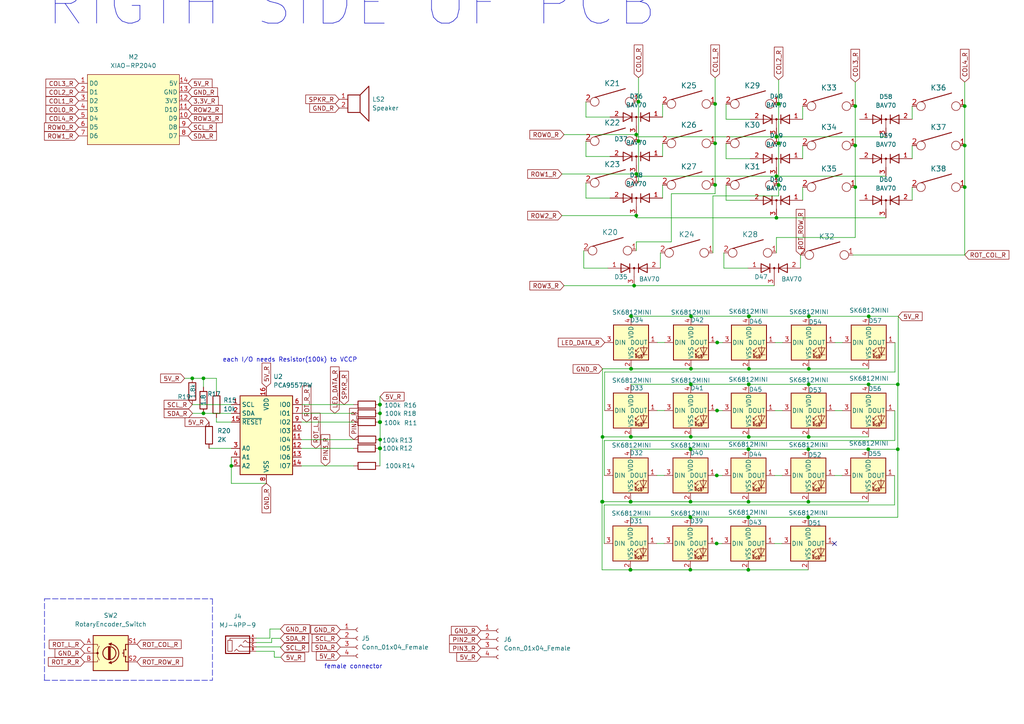
<source format=kicad_sch>
(kicad_sch (version 20211123) (generator eeschema)
  (paper "A4")
  (lib_symbols
    (symbol "Connector:Conn_01x04_Female" (pin_names (offset 1.016) hide)
      (property "Reference" "J" (at 0 5.08 0))
      (property "Value" "Conn_01x04_Female" (at 0 -7.62 0))
      (symbol "Conn_01x04_Female_1_1"
        (arc (start 0 -4.572) (mid -0.508 -5.08) (end 0 -5.588) (stroke (width 0.1524)))
        (arc (start 0 -2.032) (mid -0.508 -2.54) (end 0 -3.048) (stroke (width 0.1524)))
        (polyline (pts (xy -1.27 -5.08) (xy -0.508 -5.08)) (stroke (width 0.1524)))
        (polyline (pts (xy -1.27 -2.54) (xy -0.508 -2.54)) (stroke (width 0.1524)))
        (polyline (pts (xy -1.27 0) (xy -0.508 0)) (stroke (width 0.1524)))
        (polyline (pts (xy -1.27 2.54) (xy -0.508 2.54)) (stroke (width 0.1524)))
        (arc (start 0 0.508) (mid -0.508 0) (end 0 -0.508) (stroke (width 0.1524)))
        (arc (start 0 3.048) (mid -0.508 2.54) (end 0 2.032) (stroke (width 0.1524)))
        (pin passive line (at -5.08 2.54 0) (length 3.81) (name "Pin_1") (number "1"))
        (pin passive line (at -5.08 0 0) (length 3.81) (name "Pin_2") (number "2"))
        (pin passive line (at -5.08 -2.54 0) (length 3.81) (name "Pin_3") (number "3"))
        (pin passive line (at -5.08 -5.08 0) (length 3.81) (name "Pin_4") (number "4"))
      )
    )
    (symbol "Device:R" (pin_numbers hide) (pin_names (offset 0))
      (property "Reference" "R" (at 2.032 0 90))
      (property "Value" "R" (at 0 0 90))
      (symbol "R_0_1"
        (rectangle (start -1.016 -2.54) (end 1.016 2.54) (stroke (width 0.254)))
      )
      (symbol "R_1_1"
        (pin passive line (at 0 3.81 270) (length 1.27) (name "~") (number "1"))
        (pin passive line (at 0 -3.81 90) (length 1.27) (name "~") (number "2"))
      )
    )
    (symbol "Device:RotaryEncoder_Switch" (pin_names (offset 0.254) hide)
      (property "Reference" "SW" (at 0 6.604 0))
      (property "Value" "RotaryEncoder_Switch" (at 0 -6.604 0))
      (symbol "RotaryEncoder_Switch_0_1"
        (rectangle (start -5.08 5.08) (end 5.08 -5.08) (stroke (width 0.254)) (fill (type background)))
        (circle (center -3.81 0) (radius 0.254) (fill (type outline)))
        (arc (start -0.381 -2.794) (mid 2.3622 -0.0508) (end -0.381 2.667) (stroke (width 0.254)))
        (circle (center -0.381 0) (radius 1.905) (stroke (width 0.254)))
        (polyline (pts (xy -0.635 -1.778) (xy -0.635 1.778)) (stroke (width 0.254)))
        (polyline (pts (xy -0.381 -1.778) (xy -0.381 1.778)) (stroke (width 0.254)))
        (polyline (pts (xy -0.127 1.778) (xy -0.127 -1.778)) (stroke (width 0.254)))
        (polyline (pts (xy 3.81 0) (xy 3.429 0)) (stroke (width 0.254)))
        (polyline (pts (xy 3.81 1.016) (xy 3.81 -1.016)) (stroke (width 0.254)))
        (polyline (pts (xy -5.08 -2.54) (xy -3.81 -2.54) (xy -3.81 -2.032)))
        (polyline (pts (xy -5.08 2.54) (xy -3.81 2.54) (xy -3.81 2.032)))
        (polyline (pts (xy 0.254 -3.048) (xy -0.508 -2.794) (xy 0.127 -2.413)) (stroke (width 0.254)))
        (polyline (pts (xy 0.254 2.921) (xy -0.508 2.667) (xy 0.127 2.286)) (stroke (width 0.254)))
        (polyline (pts (xy 5.08 -2.54) (xy 4.318 -2.54) (xy 4.318 -1.016)) (stroke (width 0.254)))
        (polyline (pts (xy 5.08 2.54) (xy 4.318 2.54) (xy 4.318 1.016)) (stroke (width 0.254)))
        (polyline (pts (xy -5.08 0) (xy -3.81 0) (xy -3.81 -1.016) (xy -3.302 -2.032)))
        (polyline (pts (xy -4.318 0) (xy -3.81 0) (xy -3.81 1.016) (xy -3.302 2.032)))
        (circle (center 4.318 -1.016) (radius 0.127) (stroke (width 0.254)))
        (circle (center 4.318 1.016) (radius 0.127) (stroke (width 0.254)))
      )
      (symbol "RotaryEncoder_Switch_1_1"
        (pin passive line (at -7.62 2.54 0) (length 2.54) (name "A") (number "A"))
        (pin passive line (at -7.62 -2.54 0) (length 2.54) (name "B") (number "B"))
        (pin passive line (at -7.62 0 0) (length 2.54) (name "C") (number "C"))
        (pin passive line (at 7.62 2.54 180) (length 2.54) (name "S1") (number "S1"))
        (pin passive line (at 7.62 -2.54 180) (length 2.54) (name "S2") (number "S2"))
      )
    )
    (symbol "Device:Speaker" (pin_names (offset 0) hide)
      (property "Reference" "LS" (at 1.27 5.715 0))
      (property "Value" "Speaker" (at 1.27 3.81 0))
      (symbol "Speaker_0_0"
        (rectangle (start -2.54 1.27) (end 1.016 -3.81) (stroke (width 0.254)))
        (polyline (pts (xy 1.016 1.27) (xy 3.556 3.81) (xy 3.556 -6.35) (xy 1.016 -3.81)) (stroke (width 0.254)))
      )
      (symbol "Speaker_1_1"
        (pin input line (at -5.08 0 0) (length 2.54) (name "1") (number "1"))
        (pin input line (at -5.08 -2.54 0) (length 2.54) (name "2") (number "2"))
      )
    )
    (symbol "Diode:BAV70" (pin_names (offset 0.762) hide)
      (property "Reference" "D" (at 0.635 -2.54 0))
      (property "Value" "BAV70" (at 0 2.54 0))
      (symbol "BAV70_0_1"
        (polyline (pts (xy -3.81 0) (xy 3.81 0)))
        (polyline (pts (xy 0 0) (xy 0 -2.54)))
        (polyline (pts (xy -1.27 -1.27) (xy -1.27 1.27) (xy -1.27 1.27)) (stroke (width 0.254)))
        (polyline (pts (xy 1.27 -1.27) (xy 1.27 1.27) (xy 1.27 1.27)) (stroke (width 0.254)))
        (polyline (pts (xy -3.81 1.27) (xy -1.27 0) (xy -3.81 -1.27) (xy -3.81 1.27) (xy -3.81 1.27) (xy -3.81 1.27)) (stroke (width 0.254)))
        (polyline (pts (xy 3.81 -1.27) (xy 1.27 0) (xy 3.81 1.27) (xy 3.81 -1.27) (xy 3.81 -1.27) (xy 3.81 -1.27)) (stroke (width 0.254)))
        (circle (center 0 0) (radius 0.254) (fill (type outline)))
        (pin passive line (at -7.62 0 0) (length 3.81) (name "A") (number "1"))
        (pin passive line (at 7.62 0 180) (length 3.81) (name "A") (number "2"))
        (pin passive line (at 0 -5.08 90) (length 2.54) (name "K") (number "3"))
      )
    )
    (symbol "Interface_Expansion:PCA9557PW"
      (property "Reference" "U" (at -7.62 11.43 0))
      (property "Value" "PCA9557PW" (at 2.54 11.43 0))
      (symbol "PCA9557PW_0_1"
        (rectangle (start -7.62 -12.7) (end 7.62 10.16) (stroke (width 0.254)) (fill (type background)))
      )
      (symbol "PCA9557PW_1_1"
        (pin input line (at -10.16 7.62 0) (length 2.54) (name "SCL") (number "1"))
        (pin bidirectional line (at 10.16 0 180) (length 2.54) (name "IO3") (number "10"))
        (pin bidirectional line (at 10.16 -2.54 180) (length 2.54) (name "IO4") (number "11"))
        (pin bidirectional line (at 10.16 -5.08 180) (length 2.54) (name "IO5") (number "12"))
        (pin bidirectional line (at 10.16 -7.62 180) (length 2.54) (name "IO6") (number "13"))
        (pin bidirectional line (at 10.16 -10.16 180) (length 2.54) (name "IO7") (number "14"))
        (pin input line (at -10.16 2.54 0) (length 2.54) (name "~{RESET}") (number "15"))
        (pin power_in line (at 0 12.7 270) (length 2.54) (name "VDD") (number "16"))
        (pin bidirectional line (at -10.16 5.08 0) (length 2.54) (name "SDA") (number "2"))
        (pin input line (at -10.16 -5.08 0) (length 2.54) (name "A0") (number "3"))
        (pin input line (at -10.16 -7.62 0) (length 2.54) (name "A1") (number "4"))
        (pin input line (at -10.16 -10.16 0) (length 2.54) (name "A2") (number "5"))
        (pin bidirectional line (at 10.16 7.62 180) (length 2.54) (name "IO0") (number "6"))
        (pin bidirectional line (at 10.16 5.08 180) (length 2.54) (name "IO1") (number "7"))
        (pin power_in line (at 0 -15.24 90) (length 2.54) (name "VSS") (number "8"))
        (pin bidirectional line (at 10.16 2.54 180) (length 2.54) (name "IO2") (number "9"))
      )
    )
    (symbol "cipulot_parts:SK6812MINI" (pin_names (offset 0.254))
      (property "Reference" "D" (at 5.08 5.715 0))
      (property "Value" "SK6812MINI" (at 1.27 -5.715 0))
      (symbol "SK6812MINI_0_0"
        (text "RGB" (at 2.286 -4.191 0) (effects (font (size 0.762 0.762))))
      )
      (symbol "SK6812MINI_0_1"
        (polyline (pts (xy 1.27 -3.556) (xy 1.778 -3.556)))
        (polyline (pts (xy 1.27 -2.54) (xy 1.778 -2.54)))
        (polyline (pts (xy 4.699 -3.556) (xy 2.667 -3.556)))
        (polyline (pts (xy 2.286 -2.54) (xy 1.27 -3.556) (xy 1.27 -3.048)))
        (polyline (pts (xy 2.286 -1.524) (xy 1.27 -2.54) (xy 1.27 -2.032)))
        (polyline (pts (xy 3.683 -1.016) (xy 3.683 -3.556) (xy 3.683 -4.064)))
        (polyline (pts (xy 4.699 -1.524) (xy 2.667 -1.524) (xy 3.683 -3.556) (xy 4.699 -1.524)))
        (rectangle (start 5.08 5.08) (end -5.08 -5.08) (stroke (width 0.254)) (fill (type background)))
      )
      (symbol "SK6812MINI_1_1"
        (pin output line (at 7.62 0 180) (length 2.54) (name "DOUT") (number "1"))
        (pin power_in line (at 0 -7.62 90) (length 2.54) (name "VSS") (number "2"))
        (pin input line (at -7.62 0 0) (length 2.54) (name "DIN") (number "3"))
        (pin power_in line (at 0 7.62 270) (length 2.54) (name "VDD") (number "4"))
      )
    )
    (symbol "kbd:MJ-4PP-9" (pin_names (offset 1.016))
      (property "Reference" "J" (at 0 3.81 0))
      (property "Value" "MJ-4PP-9" (at 0 -3.81 0))
      (symbol "MJ-4PP-9_0_1"
        (rectangle (start -1.905 -1.905) (end -3.175 1.27))
        (polyline (pts (xy -2.54 1.27) (xy -2.54 1.905) (xy 3.175 1.905)))
        (polyline (pts (xy -1.27 -1.905) (xy -0.635 -1.27) (xy 0 -1.905) (xy 3.175 -1.905)))
        (polyline (pts (xy 0 -0.635) (xy 0.635 0) (xy 1.27 -0.635) (xy 3.175 -0.635)))
        (polyline (pts (xy 1.27 0.635) (xy 1.905 1.27) (xy 2.54 0.635) (xy 3.175 0.635)))
        (rectangle (start 3.175 2.54) (end -3.81 -2.54) (stroke (width 0.3048)))
      )
      (symbol "MJ-4PP-9_1_1"
        (pin input line (at 5.08 1.905 180) (length 2.0066) (name "~") (number "A"))
        (pin input line (at 5.08 -1.905 180) (length 2.0066) (name "~") (number "B"))
        (pin input line (at 5.08 -0.635 180) (length 2.0066) (name "~") (number "C"))
        (pin input line (at 5.08 0.635 180) (length 2.0066) (name "~") (number "D"))
      )
    )
    (symbol "keyboard_parts:KEYSW" (pin_names (offset 1.016))
      (property "Reference" "K?" (at -1.27 0 0))
      (symbol "KEYSW_0_1"
        (circle (center -5.08 0) (radius 1.27))
        (polyline (pts (xy -5.08 1.27) (xy 3.81 3.81)) (stroke (width 0.254)))
        (circle (center 5.08 0) (radius 1.27))
      )
      (symbol "KEYSW_1_1"
        (pin passive line (at 7.62 0 180) (length 1.27) (name "~") (number "1"))
        (pin passive line (at -7.62 0 0) (length 1.27) (name "~") (number "2"))
      )
    )
    (symbol "xiao-rp2040:XIAO-RP2040"
      (property "Reference" "M" (at 0 0 0))
      (property "Value" "XIAO-RP2040" (at 0 2.54 0))
      (symbol "XIAO-RP2040_0_1"
        (rectangle (start -12.7 10.16) (end 13.97 -10.16) (fill (type background)))
      )
      (symbol "XIAO-RP2040_1_1"
        (pin bidirectional line (at -15.24 7.62 0) (length 2.54) (name "D0") (number "1"))
        (pin bidirectional line (at 16.51 -2.54 180) (length 2.54) (name "D9") (number "10"))
        (pin bidirectional line (at 16.51 0 180) (length 2.54) (name "D10") (number "11"))
        (pin power_in line (at 16.51 2.54 180) (length 2.54) (name "3V3") (number "12"))
        (pin power_in line (at 16.51 5.08 180) (length 2.54) (name "GND") (number "13"))
        (pin power_in line (at 16.51 7.62 180) (length 2.54) (name "5V") (number "14"))
        (pin bidirectional line (at -15.24 5.08 0) (length 2.54) (name "D1") (number "2"))
        (pin bidirectional line (at -15.24 2.54 0) (length 2.54) (name "D2") (number "3"))
        (pin bidirectional line (at -15.24 0 0) (length 2.54) (name "D3") (number "4"))
        (pin bidirectional line (at -15.24 -2.54 0) (length 2.54) (name "D4") (number "5"))
        (pin bidirectional line (at -15.24 -5.08 0) (length 2.54) (name "D5") (number "6"))
        (pin bidirectional line (at -15.24 -7.62 0) (length 2.54) (name "D6") (number "7"))
        (pin bidirectional line (at 16.51 -7.62 180) (length 2.54) (name "D7") (number "8"))
        (pin bidirectional line (at 16.51 -5.08 180) (length 2.54) (name "D8") (number "9"))
      )
    )
  )
  (junction (at 110.1624 122.428))
  (junction (at 234.4651 130.302))
  (junction (at 182.9816 126.7206))
  (junction (at 200.2259 150.0124))
  (junction (at 110.2529 127.508))
  (junction (at 110.208 119.888))
  (junction (at 59.0131 109.728))
  (junction (at 110.2529 122.428))
  (junction (at 182.8523 165.2524))
  (junction (at 200.3552 111.4552))
  (junction (at 217.17 111.4806))
  (junction (at 184.5564 62.5348))
  (junction (at 217.0407 150.0378))
  (junction (at 183.9214 82.8548))
  (junction (at 260.3985 111.4806))
  (junction (at 183.0324 106.9594))
  (junction (at 260.3985 130.302))
  (junction (at 200.2767 145.5166))
  (junction (at 234.5436 111.4806))
  (junction (at 110.1302 130.048))
  (junction (at 234.5944 106.9848))
  (junction (at 185.1914 29.5148))
  (junction (at 217.0407 165.2778))
  (junction (at 55.7689 109.728))
  (junction (at 225.8314 41.5798))
  (junction (at 182.8523 165.2778))
  (junction (at 217.0915 130.302))
  (junction (at 207.4164 41.5798))
  (junction (at 234.4143 150.0378))
  (junction (at 217.2208 106.9848))
  (junction (at 174.625 145.5166))
  (junction (at 225.1964 63.1698))
  (junction (at 251.8387 130.302))
  (junction (at 200.2259 165.2524))
  (junction (at 217.0407 150.0124))
  (junction (at 225.1964 39.6748))
  (junction (at 225.8314 53.6448))
  (junction (at 110.2035 130.048))
  (junction (at 183.0324 91.694))
  (junction (at 207.4164 53.6448))
  (junction (at 183.0324 106.9848))
  (junction (at 174.7543 145.5166))
  (junction (at 208.026 99.3394))
  (junction (at 207.9752 119.0752))
  (junction (at 110.2529 130.048))
  (junction (at 225.8314 30.1498))
  (junction (at 184.5564 50.4698))
  (junction (at 110.208 122.428))
  (junction (at 217.17 111.4552))
  (junction (at 207.8459 157.6324))
  (junction (at 234.4651 145.542))
  (junction (at 200.3552 126.6952))
  (junction (at 251.9172 111.4806))
  (junction (at 207.8967 137.8966))
  (junction (at 251.968 91.7448))
  (junction (at 279.8064 54.2798))
  (junction (at 200.406 106.9594))
  (junction (at 279.8064 42.2148))
  (junction (at 248.0564 30.7848))
  (junction (at 225.1964 51.1048))
  (junction (at 59.0131 119.888))
  (junction (at 110.208 117.348))
  (junction (at 279.8064 30.7848))
  (junction (at 182.9031 145.5166))
  (junction (at 174.7543 126.7206))
  (junction (at 217.2208 91.7194))
  (junction (at 217.0915 130.2766))
  (junction (at 200.406 91.7194))
  (junction (at 67.0932 135.128))
  (junction (at 248.0564 54.2798))
  (junction (at 184.5564 39.0398))
  (junction (at 217.17 126.7206))
  (junction (at 207.4164 30.1498))
  (junction (at 234.5944 91.7448))
  (junction (at 110.1925 117.348))
  (junction (at 234.5436 126.7206))
  (junction (at 248.0564 42.2148))
  (junction (at 217.0915 145.542))
  (junction (at 185.1914 40.9448))
  (junction (at 217.2208 91.7448))
  (junction (at 200.2767 130.2766))
  (junction (at 182.9031 145.542))
  (junction (at 182.9816 126.6952))
  (no_connect (at 242.0343 157.6578))
  (wire (pts (xy 224.7115 137.922) (xy 226.8451 137.922)))
  (wire (pts (xy 191.5414 73.3298) (xy 191.5414 77.7748)))
  (wire (pts (xy 209.4715 137.922) (xy 207.8967 137.922)))
  (wire (pts (xy 248.0564 68.8848) (xy 225.1964 68.8848)))
  (wire (pts (xy 162.9664 62.5348) (xy 184.5564 62.5348)))
  (wire (pts (xy 87.4132 135.128) (xy 102.5835 135.128)))
  (wire (pts (xy 200.2767 130.2766) (xy 217.0915 130.2766)))
  (wire (pts (xy 62.7752 121.158) (xy 62.7752 122.428)))
  (wire (pts (xy 184.5564 39.6748) (xy 184.5564 39.0398)))
  (wire (pts (xy 182.9031 145.542) (xy 182.9031 145.5166)))
  (wire (pts (xy 183.0324 91.7194) (xy 200.406 91.7194)))
  (wire (pts (xy 224.79 119.1006) (xy 226.9236 119.1006)))
  (wire (pts (xy 264.5664 42.2148) (xy 264.5664 46.0248)))
  (wire (pts (xy 87.4132 117.348) (xy 102.5725 117.348)))
  (wire (pts (xy 279.8064 30.7848) (xy 279.8064 42.2148)))
  (wire (pts (xy 260.3985 130.302) (xy 260.3985 150.0378)))
  (wire (pts (xy 175.2323 146.4564) (xy 175.2323 157.6324)))
  (wire (pts (xy 210.5914 53.6448) (xy 210.5914 58.0898)))
  (wire (pts (xy 217.17 126.7206) (xy 234.5436 126.7206)))
  (polyline (pts (xy 12.8016 197.3072) (xy 61.6204 197.3072)))
  (wire (pts (xy 207.4164 53.6448) (xy 207.4164 56.1848)))
  (wire (pts (xy 110.2529 130.048) (xy 110.2529 127.508)))
  (wire (pts (xy 87.4132 122.428) (xy 102.5424 122.428)))
  (wire (pts (xy 182.372 91.694) (xy 183.0324 91.694)))
  (wire (pts (xy 78.7908 186.3598) (xy 74.3204 186.3598)))
  (wire (pts (xy 174.7543 126.7206) (xy 174.7543 145.5166)))
  (wire (pts (xy 209.55 119.1006) (xy 207.9752 119.1006)))
  (wire (pts (xy 216.9414 77.7748) (xy 209.9564 77.7748)))
  (wire (pts (xy 210.5914 30.1498) (xy 210.5914 34.5948)))
  (wire (pts (xy 225.8314 41.5798) (xy 225.8314 53.6448)))
  (wire (pts (xy 183.0324 106.9848) (xy 183.0324 106.9594)))
  (wire (pts (xy 55.8417 119.888) (xy 59.0131 119.888)))
  (wire (pts (xy 192.1764 53.6448) (xy 192.1764 57.4548)))
  (wire (pts (xy 174.7543 126.7206) (xy 182.9816 126.7206)))
  (wire (pts (xy 81.3308 185.1406) (xy 78.7908 185.1406)))
  (wire (pts (xy 251.968 91.7448) (xy 260.5278 91.7448)))
  (polyline (pts (xy 12.9032 173.6852) (xy 61.6204 173.6852)))
  (wire (pts (xy 259.4587 146.4564) (xy 259.4587 137.922)))
  (wire (pts (xy 184.5564 63.1698) (xy 184.5564 62.5348)))
  (wire (pts (xy 225.1964 51.1048) (xy 184.5564 51.1048)))
  (wire (pts (xy 279.8064 54.2798) (xy 279.8064 73.9648)))
  (wire (pts (xy 251.8387 130.302) (xy 260.3985 130.302)))
  (wire (pts (xy 259.588 107.8992) (xy 259.588 99.3648)))
  (wire (pts (xy 110.1925 115.0371) (xy 110.1925 117.348)))
  (wire (pts (xy 55.7689 109.728) (xy 59.0131 109.728)))
  (wire (pts (xy 279.8064 42.2148) (xy 279.8064 54.2798)))
  (wire (pts (xy 217.5764 46.0248) (xy 210.5914 46.0248)))
  (wire (pts (xy 217.17 111.4552) (xy 217.17 111.4806)))
  (wire (pts (xy 232.1814 73.9648) (xy 232.1814 77.7748)))
  (wire (pts (xy 207.4164 41.5798) (xy 207.4164 53.6448)))
  (wire (pts (xy 163.6014 82.8548) (xy 183.9214 82.8548)))
  (wire (pts (xy 110.1302 130.048) (xy 110.2035 130.048)))
  (wire (pts (xy 209.9564 77.7748) (xy 209.9564 73.3298)))
  (wire (pts (xy 67.0932 132.588) (xy 67.0932 135.128)))
  (wire (pts (xy 217.2208 91.7448) (xy 234.5944 91.7448)))
  (wire (pts (xy 169.9514 53.0098) (xy 169.9514 57.4548)))
  (wire (pts (xy 251.9172 111.4806) (xy 260.3985 111.4806)))
  (wire (pts (xy 242.0851 137.922) (xy 244.2187 137.922)))
  (wire (pts (xy 264.5664 54.2798) (xy 264.5664 58.0898)))
  (wire (pts (xy 175.3616 107.8992) (xy 259.588 107.8992)))
  (wire (pts (xy 225.8314 53.6448) (xy 225.8314 56.8198)))
  (wire (pts (xy 248.0564 30.7848) (xy 248.0564 42.2148)))
  (wire (pts (xy 232.8164 42.2148) (xy 232.8164 46.0248)))
  (wire (pts (xy 224.6607 157.6578) (xy 226.7943 157.6578)))
  (wire (pts (xy 200.406 106.9594) (xy 200.4314 106.9594)))
  (wire (pts (xy 207.4164 56.1848) (xy 194.7164 56.1848)))
  (wire (pts (xy 174.625 145.5166) (xy 174.7543 145.5166)))
  (wire (pts (xy 200.2259 150.0124) (xy 217.0407 150.0124)))
  (wire (pts (xy 190.6016 119.0752) (xy 192.7352 119.0752)))
  (wire (pts (xy 110.2035 135.128) (xy 110.2035 130.048)))
  (wire (pts (xy 182.9031 145.542) (xy 217.0915 145.542)))
  (wire (pts (xy 176.9364 57.4548) (xy 169.9514 57.4548)))
  (wire (pts (xy 217.0407 165.2778) (xy 234.4143 165.2778)))
  (wire (pts (xy 225.1964 39.6748) (xy 256.9464 39.6748)))
  (wire (pts (xy 55.7689 117.348) (xy 67.0932 117.348)))
  (wire (pts (xy 78.2828 182.4482) (xy 81.3308 182.4482)))
  (wire (pts (xy 242.1636 119.1006) (xy 244.2972 119.1006)))
  (wire (pts (xy 225.1964 68.8848) (xy 225.1964 73.3298)))
  (wire (pts (xy 174.7543 106.9594) (xy 174.7543 126.7206)))
  (wire (pts (xy 169.9514 40.9448) (xy 169.9514 45.3898)))
  (wire (pts (xy 182.9816 126.6952) (xy 200.3552 126.6952)))
  (wire (pts (xy 110.208 117.348) (xy 110.1925 117.348)))
  (wire (pts (xy 183.9214 82.8548) (xy 224.5614 82.8548)))
  (wire (pts (xy 217.0407 150.0124) (xy 217.0407 150.0378)))
  (wire (pts (xy 224.8408 99.3648) (xy 226.9744 99.3648)))
  (wire (pts (xy 225.1964 63.1698) (xy 256.9464 63.1698)))
  (wire (pts (xy 59.0131 109.728) (xy 59.0131 112.268)))
  (wire (pts (xy 225.8314 23.1648) (xy 225.8314 30.1498)))
  (wire (pts (xy 110.1925 115.0371) (xy 110.2529 115.0371)))
  (wire (pts (xy 174.625 145.5166) (xy 174.625 165.2778)))
  (wire (pts (xy 208.026 99.3648) (xy 208.026 99.3394)))
  (wire (pts (xy 209.4207 157.6578) (xy 207.8459 157.6578)))
  (wire (pts (xy 200.2259 165.2524) (xy 200.2513 165.2524)))
  (wire (pts (xy 190.5231 137.8966) (xy 192.6567 137.8966)))
  (wire (pts (xy 78.2828 185.0898) (xy 78.2828 182.4482)))
  (wire (pts (xy 174.625 165.2778) (xy 182.8523 165.2778)))
  (wire (pts (xy 110.2529 127.508) (xy 110.2529 122.428)))
  (wire (pts (xy 78.7908 185.1406) (xy 78.7908 186.3598)))
  (wire (pts (xy 62.7752 122.428) (xy 67.0932 122.428)))
  (wire (pts (xy 74.3204 185.0898) (xy 78.2828 185.0898)))
  (wire (pts (xy 248.0564 23.7998) (xy 248.0564 30.7848)))
  (wire (pts (xy 176.9364 45.3898) (xy 169.9514 45.3898)))
  (wire (pts (xy 60.6264 130.048) (xy 67.0932 130.048)))
  (wire (pts (xy 185.1914 22.5298) (xy 185.1914 29.5148)))
  (wire (pts (xy 234.5436 111.4806) (xy 251.9172 111.4806)))
  (wire (pts (xy 79.5484 190.627) (xy 81.4324 190.627)))
  (wire (pts (xy 185.1914 40.9448) (xy 185.1914 53.0098)))
  (wire (pts (xy 217.5764 34.5948) (xy 210.5914 34.5948)))
  (polyline (pts (xy 61.6204 173.6852) (xy 61.6204 197.3072)))
  (wire (pts (xy 279.8064 73.9648) (xy 247.4214 73.9648)))
  (wire (pts (xy 217.2208 91.7194) (xy 217.2208 91.7448)))
  (wire (pts (xy 217.0407 150.0378) (xy 234.4143 150.0378)))
  (wire (pts (xy 74.3204 188.8998) (xy 79.5484 188.8998)))
  (wire (pts (xy 194.7164 70.1548) (xy 184.5564 70.1548)))
  (wire (pts (xy 207.9752 119.1006) (xy 207.9752 119.0752)))
  (wire (pts (xy 256.9464 51.1048) (xy 225.1964 51.1048)))
  (wire (pts (xy 217.2208 106.9848) (xy 234.5944 106.9848)))
  (wire (pts (xy 110.208 117.348) (xy 110.208 119.888)))
  (wire (pts (xy 67.0932 135.128) (xy 67.0932 140.208)))
  (wire (pts (xy 279.8064 23.7998) (xy 279.8064 30.7848)))
  (wire (pts (xy 260.5278 91.7448) (xy 260.5278 111.4806)))
  (wire (pts (xy 176.3014 77.7748) (xy 169.3164 77.7748)))
  (wire (pts (xy 190.4723 157.6324) (xy 192.6059 157.6324)))
  (wire (pts (xy 260.3985 111.4806) (xy 260.5278 111.4806)))
  (wire (pts (xy 175.2323 146.4564) (xy 259.4587 146.4564)))
  (wire (pts (xy 87.4132 119.888) (xy 102.588 119.888)))
  (wire (pts (xy 67.0932 140.208) (xy 77.2532 140.208)))
  (wire (pts (xy 59.0131 119.888) (xy 67.0932 119.888)))
  (wire (pts (xy 234.4651 145.542) (xy 251.8387 145.542)))
  (wire (pts (xy 110.208 122.428) (xy 110.2529 122.428)))
  (wire (pts (xy 87.4132 127.508) (xy 102.6329 127.508)))
  (wire (pts (xy 163.6014 39.0398) (xy 184.5564 39.0398)))
  (wire (pts (xy 217.17 111.4806) (xy 234.5436 111.4806)))
  (wire (pts (xy 225.1964 63.1698) (xy 184.5564 63.1698)))
  (polyline (pts (xy 12.9032 197.2056) (xy 12.9032 173.6852)))
  (wire (pts (xy 183.0324 106.9594) (xy 200.406 106.9594)))
  (wire (pts (xy 182.8523 165.2778) (xy 217.0407 165.2778)))
  (wire (pts (xy 225.8314 56.8198) (xy 206.7814 56.8198)))
  (wire (pts (xy 182.9816 126.7206) (xy 182.9816 126.6952)))
  (wire (pts (xy 209.6008 99.3648) (xy 208.026 99.3648)))
  (wire (pts (xy 192.1764 41.5798) (xy 192.1764 45.3898)))
  (wire (pts (xy 225.1964 39.6748) (xy 184.5564 39.6748)))
  (wire (pts (xy 162.9664 50.4698) (xy 184.5564 50.4698)))
  (wire (pts (xy 234.5944 106.9848) (xy 251.968 106.9848)))
  (wire (pts (xy 217.5764 58.0898) (xy 210.5914 58.0898)))
  (wire (pts (xy 260.3985 111.4806) (xy 260.3985 130.302)))
  (wire (pts (xy 207.8459 157.6578) (xy 207.8459 157.6324)))
  (wire (pts (xy 176.9364 33.9598) (xy 169.9514 33.9598)))
  (wire (pts (xy 200.3552 111.4552) (xy 217.17 111.4552)))
  (wire (pts (xy 200.3552 126.6952) (xy 200.3806 126.6952)))
  (wire (pts (xy 175.3616 107.8992) (xy 175.3616 119.0752)))
  (wire (pts (xy 217.0915 130.2766) (xy 217.0915 130.302)))
  (wire (pts (xy 259.5372 127.762) (xy 175.2831 127.762)))
  (wire (pts (xy 234.5436 126.7206) (xy 251.9172 126.7206)))
  (wire (pts (xy 217.0915 145.542) (xy 234.4651 145.542)))
  (wire (pts (xy 62.7752 113.538) (xy 62.7752 109.728)))
  (wire (pts (xy 87.4132 130.048) (xy 102.5102 130.048)))
  (wire (pts (xy 182.8523 165.2524) (xy 200.2259 165.2524)))
  (wire (pts (xy 182.9031 130.2766) (xy 200.2767 130.2766)))
  (wire (pts (xy 200.2767 145.5166) (xy 200.3021 145.5166)))
  (wire (pts (xy 232.8164 30.7848) (xy 232.8164 34.5948)))
  (wire (pts (xy 53.5432 109.728) (xy 55.7689 109.728)))
  (wire (pts (xy 184.5564 51.1048) (xy 184.5564 50.4698)))
  (wire (pts (xy 234.4651 130.302) (xy 251.8387 130.302)))
  (wire (pts (xy 74.3204 187.6298) (xy 81.3816 187.6298)))
  (wire (pts (xy 81.3816 187.6298) (xy 81.3816 187.833)))
  (wire (pts (xy 264.5664 30.7848) (xy 264.5664 34.5948)))
  (wire (pts (xy 174.7543 145.5166) (xy 182.9031 145.5166)))
  (wire (pts (xy 210.5914 41.5798) (xy 210.5914 46.0248)))
  (wire (pts (xy 232.8164 54.2798) (xy 232.8164 58.0898)))
  (wire (pts (xy 248.0564 54.2798) (xy 248.0564 68.8848)))
  (wire (pts (xy 207.8967 137.922) (xy 207.8967 137.8966)))
  (wire (pts (xy 183.0324 106.9594) (xy 174.7543 106.9594)))
  (wire (pts (xy 169.9514 29.5148) (xy 169.9514 33.9598)))
  (wire (pts (xy 234.5944 91.7448) (xy 251.968 91.7448)))
  (wire (pts (xy 175.2831 127.762) (xy 175.2831 137.8966)))
  (wire (pts (xy 248.0564 42.2148) (xy 248.0564 54.2798)))
  (wire (pts (xy 225.8314 30.1498) (xy 225.8314 41.5798)))
  (wire (pts (xy 190.6524 99.3394) (xy 192.786 99.3394)))
  (wire (pts (xy 59.0131 109.728) (xy 62.7752 109.728)))
  (wire (pts (xy 207.4164 22.5298) (xy 207.4164 30.1498)))
  (wire (pts (xy 185.1914 29.5148) (xy 185.1914 40.9448)))
  (wire (pts (xy 217.0915 130.302) (xy 234.4651 130.302)))
  (wire (pts (xy 182.9031 145.5166) (xy 200.2767 145.5166)))
  (wire (pts (xy 182.8523 150.0124) (xy 200.2259 150.0124)))
  (wire (pts (xy 206.7814 56.8198) (xy 206.7814 73.3298)))
  (wire (pts (xy 182.8523 165.2778) (xy 182.8523 165.2524)))
  (wire (pts (xy 192.1764 30.1498) (xy 192.1764 33.9598)))
  (wire (pts (xy 242.2144 99.3648) (xy 244.348 99.3648)))
  (wire (pts (xy 110.2035 130.048) (xy 110.2529 130.048)))
  (wire (pts (xy 182.9816 111.4552) (xy 200.3552 111.4552)))
  (wire (pts (xy 79.5484 188.8998) (xy 79.5484 190.627)))
  (wire (pts (xy 182.9816 126.7206) (xy 217.17 126.7206)))
  (wire (pts (xy 200.406 91.7194) (xy 217.2208 91.7194)))
  (wire (pts (xy 183.0324 106.9848) (xy 217.2208 106.9848)))
  (wire (pts (xy 110.208 119.888) (xy 110.208 122.428)))
  (wire (pts (xy 110.1624 122.428) (xy 110.208 122.428)))
  (wire (pts (xy 259.5372 119.1006) (xy 259.5372 127.762)))
  (wire (pts (xy 234.4143 150.0378) (xy 260.3985 150.0378)))
  (wire (pts (xy 184.5564 70.1548) (xy 184.5564 72.6948)))
  (wire (pts (xy 169.3164 77.7748) (xy 169.3164 72.6948)))
  (wire (pts (xy 194.7164 56.1848) (xy 194.7164 70.1548)))
  (wire (pts (xy 207.4164 30.1498) (xy 207.4164 41.5798)))
  (text "each I/O needs Resistor(100k) to VCCP" (at 64.5555 105.2068 0) (effects (font (size 1.27 1.27)) (justify left bottom)))
  (text "RIGTH SIDE OF PCB\n" (at 13.0556 8.4328 0) (effects (font (size 12 12)) (justify left bottom)))
  (text "female connector\n" (at 94.0054 194.1576 0) (effects (font (size 1.27 1.27)) (justify left bottom)))
  (global_label "SCL_R" (shape input) (at 81.3816 187.833 0) (property "Intersheet References" "${INTERSHEET_REFS}" (effects hide)))
  (global_label "5V_R" (shape input) (at 110.2529 115.0371 0) (property "Intersheet References" "${INTERSHEET_REFS}" (effects hide)))
  (global_label "ROW3_R" (shape input) (at 54.5592 34.3408 0) (property "Intersheet References" "${INTERSHEET_REFS}" (effects hide)))
  (global_label "COL1_R" (shape input) (at 207.4164 22.5298 90) (property "Intersheet References" "${INTERSHEET_REFS}" (effects hide)))
  (global_label "COL0_R" (shape input) (at 22.8092 31.8008 180) (property "Intersheet References" "${INTERSHEET_REFS}" (effects hide)))
  (global_label "SDA_R" (shape input) (at 55.8417 119.888 180) (property "Intersheet References" "${INTERSHEET_REFS}" (effects hide)))
  (global_label "5V_R" (shape input) (at 260.5024 91.7448 0) (property "Intersheet References" "${INTERSHEET_REFS}" (effects hide)))
  (global_label "ROT_L_R" (shape input) (at 91.6005 130.048 90) (property "Intersheet References" "${INTERSHEET_REFS}" (effects hide)))
  (global_label "ROW1_R" (shape input) (at 162.9664 50.4698 180) (property "Intersheet References" "${INTERSHEET_REFS}" (effects hide)))
  (global_label "ROT_R_R" (shape input) (at 88.9377 122.428 90) (property "Intersheet References" "${INTERSHEET_REFS}" (effects hide)))
  (global_label "GND_R" (shape input) (at 174.7543 107.0056 180) (property "Intersheet References" "${INTERSHEET_REFS}" (effects hide)))
  (global_label "3.3V_R" (shape input) (at 54.5592 29.2608 0) (property "Intersheet References" "${INTERSHEET_REFS}" (effects hide)))
  (global_label "GND_R" (shape input) (at 98.3488 31.3436 180) (property "Intersheet References" "${INTERSHEET_REFS}" (effects hide)))
  (global_label "PIN2_R" (shape input) (at 102.6329 127.508 90) (property "Intersheet References" "${INTERSHEET_REFS}" (effects hide)))
  (global_label "COL4_R" (shape input) (at 279.8064 23.7998 90) (property "Intersheet References" "${INTERSHEET_REFS}" (effects hide)))
  (global_label "GND_R" (shape input) (at 77.2532 140.208 270) (property "Intersheet References" "${INTERSHEET_REFS}" (effects hide)))
  (global_label "ROW0_R" (shape input) (at 22.8092 36.8808 180) (property "Intersheet References" "${INTERSHEET_REFS}" (effects hide)))
  (global_label "5V_R" (shape input) (at 81.4324 190.627 0) (property "Intersheet References" "${INTERSHEET_REFS}" (effects hide)))
  (global_label "GND_R" (shape input) (at 98.7044 182.626 180) (property "Intersheet References" "${INTERSHEET_REFS}" (effects hide)))
  (global_label "SCL_R" (shape input) (at 54.5592 36.8808 0) (property "Intersheet References" "${INTERSHEET_REFS}" (effects hide)))
  (global_label "SDA_R" (shape input) (at 54.5592 39.4208 0) (property "Intersheet References" "${INTERSHEET_REFS}" (effects hide)))
  (global_label "GND_R" (shape input) (at 81.3308 182.4482 0) (property "Intersheet References" "${INTERSHEET_REFS}" (effects hide)))
  (global_label "GND_R" (shape input) (at 139.446 182.9308 180) (property "Intersheet References" "${INTERSHEET_REFS}" (effects hide)))
  (global_label "LED_DATA_R" (shape input) (at 175.4124 99.3394 180) (property "Intersheet References" "${INTERSHEET_REFS}" (effects hide)))
  (global_label "LED_DATA_R" (shape input) (at 97.111 119.888 90) (property "Intersheet References" "${INTERSHEET_REFS}" (effects hide)))
  (global_label "ROT_L_R" (shape input) (at 24.4856 186.8932 180) (property "Intersheet References" "${INTERSHEET_REFS}" (effects hide)))
  (global_label "SDA_R" (shape input) (at 98.7044 187.706 180) (property "Intersheet References" "${INTERSHEET_REFS}" (effects hide)))
  (global_label "ROW2_R" (shape input) (at 162.9664 62.5348 180) (property "Intersheet References" "${INTERSHEET_REFS}" (effects hide)))
  (global_label "ROW2_R" (shape input) (at 54.5592 31.8008 0) (property "Intersheet References" "${INTERSHEET_REFS}" (effects hide)))
  (global_label "SPKR_R" (shape input) (at 98.3488 28.8036 180) (property "Intersheet References" "${INTERSHEET_REFS}" (effects hide)))
  (global_label "SCL_R" (shape input) (at 98.7044 185.166 180) (property "Intersheet References" "${INTERSHEET_REFS}" (effects hide)))
  (global_label "5V_R" (shape input) (at 60.6264 122.428 180) (property "Intersheet References" "${INTERSHEET_REFS}" (effects hide)))
  (global_label "SDA_R" (shape input) (at 81.3308 185.1406 0) (property "Intersheet References" "${INTERSHEET_REFS}" (effects hide)))
  (global_label "PIN2_R" (shape input) (at 139.446 185.4708 180) (property "Intersheet References" "${INTERSHEET_REFS}" (effects hide)))
  (global_label "ROW0_R" (shape input) (at 163.6014 39.0398 180) (property "Intersheet References" "${INTERSHEET_REFS}" (effects hide)))
  (global_label "COL3_R" (shape input) (at 22.8092 24.1808 180) (property "Intersheet References" "${INTERSHEET_REFS}" (effects hide)))
  (global_label "GND_R" (shape input) (at 24.4856 189.4332 180) (property "Intersheet References" "${INTERSHEET_REFS}" (effects hide)))
  (global_label "5V_R" (shape input) (at 53.5432 109.728 180) (property "Intersheet References" "${INTERSHEET_REFS}" (effects hide)))
  (global_label "COL2_R" (shape input) (at 225.8314 23.1648 90) (property "Intersheet References" "${INTERSHEET_REFS}" (effects hide)))
  (global_label "ROW1_R" (shape input) (at 22.8092 39.4208 180) (property "Intersheet References" "${INTERSHEET_REFS}" (effects hide)))
  (global_label "SCL_R" (shape input) (at 55.7689 117.348 180) (property "Intersheet References" "${INTERSHEET_REFS}" (effects hide)))
  (global_label "ROT_ROW_R" (shape input) (at 39.7256 191.9732 0) (property "Intersheet References" "${INTERSHEET_REFS}" (effects hide)))
  (global_label "ROT_R_R" (shape input) (at 24.4856 191.9732 180) (property "Intersheet References" "${INTERSHEET_REFS}" (effects hide)))
  (global_label "ROT_COL_R" (shape input) (at 39.7256 186.8932 0) (property "Intersheet References" "${INTERSHEET_REFS}" (effects hide)))
  (global_label "ROT_ROW_R" (shape input) (at 232.1814 73.9648 90) (property "Intersheet References" "${INTERSHEET_REFS}" (effects hide)))
  (global_label "COL4_R" (shape input) (at 22.8092 34.3408 180) (property "Intersheet References" "${INTERSHEET_REFS}" (effects hide)))
  (global_label "ROW3_R" (shape input) (at 163.6014 82.8548 180) (property "Intersheet References" "${INTERSHEET_REFS}" (effects hide)))
  (global_label "PIN3_R" (shape input) (at 94.4003 135.128 90) (property "Intersheet References" "${INTERSHEET_REFS}" (effects hide)))
  (global_label "COL2_R" (shape input) (at 22.8092 26.7208 180) (property "Intersheet References" "${INTERSHEET_REFS}" (effects hide)))
  (global_label "5V_R" (shape input) (at 139.446 190.5508 180) (property "Intersheet References" "${INTERSHEET_REFS}" (effects hide)))
  (global_label "5V_R" (shape input) (at 77.2532 112.268 90) (property "Intersheet References" "${INTERSHEET_REFS}" (effects hide)))
  (global_label "5V_R" (shape input) (at 54.5592 24.1808 0) (property "Intersheet References" "${INTERSHEET_REFS}" (effects hide)))
  (global_label "COL3_R" (shape input) (at 248.0564 23.7998 90) (property "Intersheet References" "${INTERSHEET_REFS}" (effects hide)))
  (global_label "GND_R" (shape input) (at 54.5592 26.7208 0) (property "Intersheet References" "${INTERSHEET_REFS}" (effects hide)))
  (global_label "5V_R" (shape input) (at 98.7044 190.246 180) (property "Intersheet References" "${INTERSHEET_REFS}" (effects hide)))
  (global_label "COL0_R" (shape input) (at 185.1914 22.5298 90) (property "Intersheet References" "${INTERSHEET_REFS}" (effects hide)))
  (global_label "COL1_R" (shape input) (at 22.8092 29.2608 180) (property "Intersheet References" "${INTERSHEET_REFS}" (effects hide)))
  (global_label "SPKR_R" (shape input) (at 99.8202 117.348 90) (property "Intersheet References" "${INTERSHEET_REFS}" (effects hide)))
  (global_label "PIN3_R" (shape input) (at 139.446 188.0108 180) (property "Intersheet References" "${INTERSHEET_REFS}" (effects hide)))
  (global_label "ROT_COL_R" (shape input) (at 279.8064 73.914 0) (property "Intersheet References" "${INTERSHEET_REFS}" (effects hide)))
  (symbol (lib_id "keyboard_parts:KEYSW") (at 240.4364 42.2148 0) (unit 1)
    (property "Reference" "K34" (at 240.4364 36.8808 0) (effects (font (size 1.524 1.524))))
    (property "Value" "KEYSW" (effects hide))
    (property "Footprint" "Keebio-Parts:MX-Alps-Choc-1U-NoLED" (effects hide))
    (property "MPN" "1350" (effects hide))
  )
  (symbol (lib_id "Diode:BAV70") (at 184.5564 57.4548 0) (mirror y) (unit 1)
    (property "Reference" "D38" (at 184.5564 50.8 0))
    (property "Value" "BAV70" (at 184.5564 53.34 0))
    (property "Footprint" "Package_TO_SOT_SMD:SOT-23" (effects hide))
    (property "Datasheet" "https://assets.nexperia.com/documents/data-sheet/BAV70_SER.pdf" (effects hide))
    (property "MPN" "BAV70" (effects hide))
  )
  (symbol (lib_id "Device:R") (at 106.398 119.888 90) (unit 1)
    (property "Reference" "R18" (at 120.8024 119.9388 90) (effects (justify left)))
    (property "Value" "100k" (at 116.4844 119.9388 90) (effects (justify left)))
    (property "Footprint" "Resistor_SMD:R_0805_2012Metric" (effects hide))
    (property "MPN" "RC0805FR-07100KL" (effects hide))
  )
  (symbol (lib_id "Diode:BAV70") (at 225.1964 58.0898 0) (mirror y) (unit 1)
    (property "Reference" "D50" (at 225.1964 52.07 0))
    (property "Value" "BAV70" (at 225.1964 54.61 0))
    (property "Footprint" "Package_TO_SOT_SMD:SOT-23" (effects hide))
    (property "Datasheet" "https://assets.nexperia.com/documents/data-sheet/BAV70_SER.pdf" (effects hide))
    (property "MPN" "BAV70" (effects hide))
  )
  (symbol (lib_id "cipulot_parts:SK6812MINI") (at 182.9816 119.0752 0) (unit 1)
    (property "Reference" "D33" (at 184.658 112.5474 0))
    (property "Value" "SK6812MINI" (at 183.2356 110.3376 0))
    (property "Footprint" "Keebio-Parts:SK6812-MINI-E" (effects hide))
    (property "MPN" "SK6812MINI" (effects hide))
  )
  (symbol (lib_id "Diode:BAV70") (at 225.1964 46.0248 0) (mirror y) (unit 1)
    (property "Reference" "D49" (at 225.1964 39.37 0))
    (property "Value" "BAV70" (at 225.1964 41.91 0))
    (property "Footprint" "Package_TO_SOT_SMD:SOT-23" (effects hide))
    (property "Datasheet" "https://assets.nexperia.com/documents/data-sheet/BAV70_SER.pdf" (effects hide))
    (property "MPN" "BAV70" (effects hide))
  )
  (symbol (lib_id "cipulot_parts:SK6812MINI") (at 200.2259 157.6324 0) (unit 1)
    (property "Reference" "D39" (at 202.0547 151.1046 0))
    (property "Value" "SK6812MINI" (at 200.1243 148.8948 0))
    (property "Footprint" "Keebio-Parts:SK6812-MINI-E" (effects hide))
    (property "MPN" "SK6812MINI" (effects hide))
  )
  (symbol (lib_id "Device:Speaker") (at 103.4288 28.8036 0) (unit 1)
    (property "Reference" "LS2" (at 107.95 28.8035 0) (effects (justify left)))
    (property "Value" "Speaker" (at 107.95 31.3435 0) (effects (justify left)))
    (property "Footprint" "Keebio-Parts:AST1109MLTRQ" (effects hide))
  )
  (symbol (lib_id "Device:R") (at 55.7689 113.538 0) (unit 1)
    (property "Reference" "R19" (at 53.4321 115.1128 0))
    (property "Value" "1.8k" (at 55.9467 113.4364 90))
    (property "Footprint" "Resistor_SMD:R_0805_2012Metric" (effects hide))
    (property "MPN" "RC0805FR-071K8L" (effects hide))
  )
  (symbol (lib_id "cipulot_parts:SK6812MINI") (at 200.2767 137.8966 0) (unit 1)
    (property "Reference" "D40" (at 202.1055 131.3688 0))
    (property "Value" "SK6812MINI" (at 200.1751 129.159 0))
    (property "Footprint" "Keebio-Parts:SK6812-MINI-E" (effects hide))
    (property "MPN" "SK6812MINI" (effects hide))
  )
  (symbol (lib_id "cipulot_parts:SK6812MINI") (at 251.8387 137.922 0) (unit 1)
    (property "Reference" "D55" (at 253.6929 131.572 0))
    (property "Value" "SK6812MINI" (at 251.9657 128.6002 0))
    (property "Footprint" "Keebio-Parts:SK6812-MINI-E" (effects hide))
    (property "MPN" "SK6812MINI" (effects hide))
  )
  (symbol (lib_id "keyboard_parts:KEYSW") (at 199.7964 30.1498 0) (unit 1)
    (property "Reference" "K25" (at 199.7964 24.8158 0) (effects (font (size 1.524 1.524))))
    (property "Value" "KEYSW" (effects hide))
    (property "Footprint" "Keebio-Parts:MX-Alps-Choc-1U-NoLED" (effects hide))
    (property "MPN" "1350" (effects hide))
  )
  (symbol (lib_id "keyboard_parts:KEYSW") (at 239.8014 73.9648 0) (unit 1)
    (property "Reference" "K32" (at 239.8014 68.6308 0) (effects (font (size 1.524 1.524))))
    (property "Value" "KEYSW" (effects hide))
    (property "Footprint" "Keebio-Parts:MX-Alps-Choc-1U-NoLED" (effects hide))
    (property "MPN" "1350" (effects hide))
  )
  (symbol (lib_id "Interface_Expansion:PCA9557PW") (at 77.2532 124.968 0) (unit 1)
    (property "Reference" "U2" (at 79.2726 109.22 0) (effects (justify left)))
    (property "Value" "PCA9557PW" (at 79.2726 111.76 0) (effects (justify left)))
    (property "Footprint" "Package_SO:TSSOP-16_4.4x5mm_P0.65mm" (effects hide))
    (property "Datasheet" "https://www.nxp.com/docs/en/data-sheet/PCA9557.pdf" (effects hide))
  )
  (symbol (lib_id "cipulot_parts:SK6812MINI") (at 234.4143 157.6578 0) (unit 1)
    (property "Reference" "D51" (at 236.2939 151.6634 0))
    (property "Value" "SK6812MINI" (at 234.4397 148.7678 0))
    (property "Footprint" "Keebio-Parts:SK6812-MINI-E" (effects hide))
    (property "MPN" "SK6812MINI" (effects hide))
  )
  (symbol (lib_id "keyboard_parts:KEYSW") (at 272.1864 30.7848 0) (unit 1)
    (property "Reference" "K36" (at 272.1864 25.4508 0) (effects (font (size 1.524 1.524))))
    (property "Value" "KEYSW" (effects hide))
    (property "Footprint" "Keebio-Parts:MX-Alps-Choc-1U-NoLED" (effects hide))
    (property "MPN" "1350" (effects hide))
  )
  (symbol (lib_id "cipulot_parts:SK6812MINI") (at 234.5944 99.3648 0) (unit 1)
    (property "Reference" "D54" (at 236.474 93.3704 0))
    (property "Value" "SK6812MINI" (at 234.6198 90.4748 0))
    (property "Footprint" "Keebio-Parts:SK6812-MINI-E" (effects hide))
    (property "MPN" "SK6812MINI" (effects hide))
  )
  (symbol (lib_id "cipulot_parts:SK6812MINI") (at 217.0915 137.922 0) (unit 1)
    (property "Reference" "D44" (at 219.0727 131.8006 0))
    (property "Value" "SK6812MINI" (at 216.9645 128.905 0))
    (property "Footprint" "Keebio-Parts:SK6812-MINI-E" (effects hide))
    (property "MPN" "SK6812MINI" (effects hide))
  )
  (symbol (lib_id "keyboard_parts:KEYSW") (at 177.5714 53.0098 0) (unit 1)
    (property "Reference" "K23" (at 177.5714 47.6758 0) (effects (font (size 1.524 1.524))))
    (property "Value" "KEYSW" (effects hide))
    (property "Footprint" "Keebio-Parts:MX-Alps-Choc-1U-NoLED" (effects hide))
    (property "MPN" "1350" (effects hide))
  )
  (symbol (lib_id "Diode:BAV70") (at 256.9464 58.0898 0) (unit 1)
    (property "Reference" "D60" (at 256.9464 52.07 0))
    (property "Value" "BAV70" (at 256.9464 54.61 0))
    (property "Footprint" "Package_TO_SOT_SMD:SOT-23" (effects hide))
    (property "Datasheet" "https://assets.nexperia.com/documents/data-sheet/BAV70_SER.pdf" (effects hide))
    (property "MPN" "BAV70" (effects hide))
  )
  (symbol (lib_id "keyboard_parts:KEYSW") (at 218.2114 41.5798 0) (unit 1)
    (property "Reference" "K30" (at 218.2114 36.2458 0) (effects (font (size 1.524 1.524))))
    (property "Value" "KEYSW" (effects hide))
    (property "Footprint" "Keebio-Parts:MX-Alps-Choc-1U-NoLED" (effects hide))
    (property "MPN" "1350" (effects hide))
  )
  (symbol (lib_id "Device:R") (at 106.3524 122.428 90) (unit 1)
    (property "Reference" "R11" (at 121.0564 122.682 90) (effects (justify left)))
    (property "Value" "100k" (at 116.2304 122.6312 90) (effects (justify left)))
    (property "Footprint" "Resistor_SMD:R_0805_2012Metric" (effects hide))
    (property "MPN" "RC0805FR-07100KL" (effects hide))
  )
  (symbol (lib_id "Diode:BAV70") (at 256.9464 46.0248 0) (mirror y) (unit 1)
    (property "Reference" "D59" (at 256.9464 39.37 0))
    (property "Value" "BAV70" (at 256.9464 41.91 0))
    (property "Footprint" "Package_TO_SOT_SMD:SOT-23" (effects hide))
    (property "Datasheet" "https://assets.nexperia.com/documents/data-sheet/BAV70_SER.pdf" (effects hide))
    (property "MPN" "BAV70" (effects hide))
  )
  (symbol (lib_id "keyboard_parts:KEYSW") (at 199.7964 53.6448 0) (unit 1)
    (property "Reference" "K27" (at 199.7964 48.3108 0) (effects (font (size 1.524 1.524))))
    (property "Value" "KEYSW" (effects hide))
    (property "Footprint" "Keebio-Parts:MX-Alps-Choc-1U-NoLED" (effects hide))
    (property "MPN" "1350" (effects hide))
  )
  (symbol (lib_id "keyboard_parts:KEYSW") (at 199.7964 41.5798 0) (unit 1)
    (property "Reference" "K26" (at 199.7964 36.2458 0) (effects (font (size 1.524 1.524))))
    (property "Value" "KEYSW" (effects hide))
    (property "Footprint" "Keebio-Parts:MX-Alps-Choc-1U-NoLED" (effects hide))
    (property "MPN" "1350" (effects hide))
  )
  (symbol (lib_id "xiao-rp2040:XIAO-RP2040") (at 38.0492 31.8008 0) (unit 1)
    (property "Reference" "M2" (at 38.6842 16.51 0))
    (property "Value" "XIAO-RP2040" (at 38.6842 19.05 0))
    (property "Footprint" "mcu:xiao-tht" (effects hide))
    (property "MPN" "XIAO RP2040" (effects hide))
  )
  (symbol (lib_id "Device:R") (at 106.3202 130.048 90) (unit 1)
    (property "Reference" "R12" (at 119.6848 129.9972 90) (effects (justify left)))
    (property "Value" "100k" (at 115.7732 130.048 90) (effects (justify left)))
    (property "Footprint" "Resistor_SMD:R_0805_2012Metric" (effects hide))
    (property "MPN" "RC0805FR-07100KL" (effects hide))
  )
  (symbol (lib_id "Device:R") (at 106.3935 135.128 90) (unit 1)
    (property "Reference" "R14" (at 120.4468 135.128 90) (effects (justify left)))
    (property "Value" "100k" (at 116.586 135.128 90) (effects (justify left)))
    (property "Footprint" "Resistor_SMD:R_0805_2012Metric" (effects hide))
    (property "MPN" "RC0805FR-07100KL" (effects hide))
  )
  (symbol (lib_id "Diode:BAV70") (at 183.9214 77.7748 0) (unit 1)
    (property "Reference" "D35" (at 180.1114 80.3148 0))
    (property "Value" "BAV70" (at 188.3664 80.9498 0))
    (property "Footprint" "Package_TO_SOT_SMD:SOT-23" (effects hide))
    (property "Datasheet" "https://assets.nexperia.com/documents/data-sheet/BAV70_SER.pdf" (effects hide))
    (property "MPN" "BAV70" (effects hide))
  )
  (symbol (lib_id "cipulot_parts:SK6812MINI") (at 251.968 99.3648 0) (unit 1)
    (property "Reference" "D57" (at 253.8222 93.0148 0))
    (property "Value" "SK6812MINI" (at 252.095 90.043 0))
    (property "Footprint" "Keebio-Parts:SK6812-MINI-E" (effects hide))
    (property "MPN" "SK6812MINI" (effects hide))
  )
  (symbol (lib_id "Device:R") (at 60.6264 126.238 0) (unit 1)
    (property "Reference" "R20" (at 63.0292 124.9679 0) (effects (justify left)))
    (property "Value" "2K" (at 63.0292 127.5079 0) (effects (justify left)))
    (property "Footprint" "Resistor_SMD:R_0805_2012Metric" (effects hide))
    (property "MPN" "RC0805JR-072KL" (effects hide))
  )
  (symbol (lib_id "Device:RotaryEncoder_Switch") (at 32.1056 189.4332 0) (unit 1)
    (property "Reference" "SW2" (at 32.1056 178.5112 0))
    (property "Value" "RotaryEncoder_Switch" (at 32.1056 181.0512 0))
    (property "Footprint" "Keebio-Parts:RotaryEncoder_EC11" (effects hide))
    (property "MPN" "EC11E183440C" (effects hide))
  )
  (symbol (lib_id "keyboard_parts:KEYSW") (at 240.4364 54.2798 0) (unit 1)
    (property "Reference" "K35" (at 240.4364 48.9458 0) (effects (font (size 1.524 1.524))))
    (property "Value" "KEYSW" (effects hide))
    (property "Footprint" "Keebio-Parts:MX-Alps-Choc-1U-NoLED" (effects hide))
    (property "MPN" "1350" (effects hide))
  )
  (symbol (lib_id "keyboard_parts:KEYSW") (at 176.9364 72.6948 0) (unit 1)
    (property "Reference" "K20" (at 176.9364 67.3608 0) (effects (font (size 1.524 1.524))))
    (property "Value" "KEYSW" (effects hide))
    (property "Footprint" "Keebio-Parts:MX-Alps-Choc-1U-NoLED" (effects hide))
    (property "MPN" "1350" (effects hide))
  )
  (symbol (lib_id "Device:R") (at 59.0131 116.078 180) (unit 1)
    (property "Reference" "R17" (at 60.1252 114.2746 0) (effects (justify right)))
    (property "Value" "1.8" (at 58.9822 117.6274 90) (effects (justify right)))
    (property "Footprint" "Resistor_SMD:R_0805_2012Metric" (effects hide))
    (property "MPN" "RC0805FR-071K8L" (effects hide))
  )
  (symbol (lib_id "keyboard_parts:KEYSW") (at 199.1614 73.3298 0) (unit 1)
    (property "Reference" "K24" (at 199.1614 67.9958 0) (effects (font (size 1.524 1.524))))
    (property "Value" "KEYSW" (effects hide))
    (property "Footprint" "Keebio-Parts:MX-Alps-Choc-1U-NoLED" (effects hide))
    (property "MPN" "1350" (effects hide))
  )
  (symbol (lib_id "Connector:Conn_01x04_Female") (at 144.526 185.4708 0) (unit 1)
    (property "Reference" "J6" (at 146.05 185.4707 0) (effects (justify left)))
    (property "Value" "Conn_01x04_Female" (at 146.05 188.0107 0) (effects (justify left)))
    (property "Footprint" "Connector_PinSocket_2.00mm:PinSocket_1x04_P2.00mm_Vertical" (effects hide))
  )
  (symbol (lib_id "keyboard_parts:KEYSW") (at 272.1864 42.2148 0) (unit 1)
    (property "Reference" "K37" (at 272.1864 36.8808 0) (effects (font (size 1.524 1.524))))
    (property "Value" "KEYSW" (effects hide))
    (property "Footprint" "Keebio-Parts:MX-Alps-Choc-1U-NoLED" (effects hide))
    (property "MPN" "1350" (effects hide))
  )
  (symbol (lib_id "kbd:MJ-4PP-9") (at 69.2404 186.9948 0) (unit 1)
    (property "Reference" "J4" (at 68.9229 178.7652 0))
    (property "Value" "MJ-4PP-9" (at 68.9229 181.3052 0))
    (property "Footprint" "Keebio-Parts:TRRS-PJ-320A" (effects hide))
    (property "MPN" "PJ-3200B-4A" (effects hide))
  )
  (symbol (lib_id "keyboard_parts:KEYSW") (at 218.2114 53.6448 0) (unit 1)
    (property "Reference" "K31" (at 218.2114 48.3108 0) (effects (font (size 1.524 1.524))))
    (property "Value" "KEYSW" (effects hide))
    (property "Footprint" "Keebio-Parts:MX-Alps-Choc-1U-NoLED" (effects hide))
    (property "MPN" "1350" (effects hide))
  )
  (symbol (lib_id "cipulot_parts:SK6812MINI") (at 234.5436 119.1006 0) (unit 1)
    (property "Reference" "D53" (at 236.4232 113.1062 0))
    (property "Value" "SK6812MINI" (at 234.569 110.2106 0))
    (property "Footprint" "Keebio-Parts:SK6812-MINI-E" (effects hide))
    (property "MPN" "SK6812MINI" (effects hide))
  )
  (symbol (lib_id "cipulot_parts:SK6812MINI") (at 182.8523 157.6324 0) (unit 1)
    (property "Reference" "D31" (at 184.5287 151.1046 0))
    (property "Value" "SK6812MINI" (at 183.1063 148.8948 0))
    (property "Footprint" "Keebio-Parts:SK6812-MINI-E" (effects hide))
    (property "MPN" "SK6812MINI" (effects hide))
  )
  (symbol (lib_id "Diode:BAV70") (at 184.5564 45.3898 0) (mirror y) (unit 1)
    (property "Reference" "D37" (at 180.1114 40.3098 0))
    (property "Value" "BAV70" (at 184.5564 41.3766 0))
    (property "Footprint" "Package_TO_SOT_SMD:SOT-23" (effects hide))
    (property "Datasheet" "https://assets.nexperia.com/documents/data-sheet/BAV70_SER.pdf" (effects hide))
    (property "MPN" "BAV70" (effects hide))
  )
  (symbol (lib_id "keyboard_parts:KEYSW") (at 218.2114 30.1498 0) (unit 1)
    (property "Reference" "K29" (at 218.2114 24.8158 0) (effects (font (size 1.524 1.524))))
    (property "Value" "KEYSW" (effects hide))
    (property "Footprint" "Keebio-Parts:MX-Alps-Choc-1U-NoLED" (effects hide))
    (property "MPN" "1350" (effects hide))
  )
  (symbol (lib_id "Diode:BAV70") (at 256.9464 34.5948 0) (unit 1)
    (property "Reference" "D58" (at 256.9464 28.0416 0))
    (property "Value" "BAV70" (at 256.9464 30.5816 0))
    (property "Footprint" "Package_TO_SOT_SMD:SOT-23" (effects hide))
    (property "Datasheet" "https://assets.nexperia.com/documents/data-sheet/BAV70_SER.pdf" (effects hide))
    (property "MPN" "BAV70" (effects hide))
  )
  (symbol (lib_id "keyboard_parts:KEYSW") (at 272.1864 54.2798 0) (unit 1)
    (property "Reference" "K38" (at 272.1864 48.9458 0) (effects (font (size 1.524 1.524))))
    (property "Value" "KEYSW" (effects hide))
    (property "Footprint" "Keebio-Parts:MX-Alps-Choc-1U-NoLED" (effects hide))
    (property "MPN" "1350" (effects hide))
  )
  (symbol (lib_id "Device:R") (at 62.7752 117.348 0) (unit 1)
    (property "Reference" "R15" (at 64.77 116.0779 0) (effects (justify left)))
    (property "Value" "10k" (at 64.77 118.6179 0) (effects (justify left)))
    (property "Footprint" "Resistor_SMD:R_0805_2012Metric" (effects hide))
    (property "MPN" "RC0805FR-0710KL" (effects hide))
  )
  (symbol (lib_id "Device:R") (at 106.3825 117.348 90) (unit 1)
    (property "Reference" "R16" (at 120.904 117.5512 90) (effects (justify left)))
    (property "Value" "100k" (at 116.332 117.5512 90) (effects (justify left)))
    (property "Footprint" "Resistor_SMD:R_0805_2012Metric" (effects hide))
    (property "MPN" "RC0805FR-07100KL" (effects hide))
  )
  (symbol (lib_id "keyboard_parts:KEYSW") (at 217.5764 73.3298 0) (unit 1)
    (property "Reference" "K28" (at 217.5764 67.9958 0) (effects (font (size 1.524 1.524))))
    (property "Value" "KEYSW" (effects hide))
    (property "Footprint" "Keebio-Parts:MX-Alps-Choc-1U-NoLED" (effects hide))
    (property "MPN" "1350" (effects hide))
  )
  (symbol (lib_id "cipulot_parts:SK6812MINI") (at 217.17 119.1006 0) (unit 1)
    (property "Reference" "D45" (at 219.1512 112.9792 0))
    (property "Value" "SK6812MINI" (at 217.043 110.0836 0))
    (property "Footprint" "Keebio-Parts:SK6812-MINI-E" (effects hide))
    (property "MPN" "SK6812MINI" (effects hide))
  )
  (symbol (lib_id "keyboard_parts:KEYSW") (at 177.5714 29.5148 0) (unit 1)
    (property "Reference" "K21" (at 177.5714 24.1808 0) (effects (font (size 1.524 1.524))))
    (property "Value" "KEYSW" (effects hide))
    (property "Footprint" "Keebio-Parts:MX-Alps-Choc-1U-NoLED" (effects hide))
    (property "MPN" "1350" (effects hide))
  )
  (symbol (lib_id "Connector:Conn_01x04_Female") (at 103.7844 185.166 0) (unit 1)
    (property "Reference" "J5" (at 104.8512 185.1659 0) (effects (justify left)))
    (property "Value" "Conn_01x04_Female" (at 104.8512 187.7059 0) (effects (justify left)))
    (property "Footprint" "Connector_PinSocket_2.54mm:PinSocket_1x06_P2.54mm_Vertical" (effects hide))
  )
  (symbol (lib_id "Diode:BAV70") (at 184.5564 33.9598 0) (mirror y) (unit 1)
    (property "Reference" "D36" (at 184.5564 27.94 0))
    (property "Value" "BAV70" (at 184.5564 30.48 0))
    (property "Footprint" "Package_TO_SOT_SMD:SOT-23" (effects hide))
    (property "Datasheet" "https://assets.nexperia.com/documents/data-sheet/BAV70_SER.pdf" (effects hide))
    (property "MPN" "BAV70" (effects hide))
  )
  (symbol (lib_id "cipulot_parts:SK6812MINI") (at 200.406 99.3394 0) (unit 1)
    (property "Reference" "D42" (at 202.2348 92.8116 0))
    (property "Value" "SK6812MINI" (at 200.3044 90.6018 0))
    (property "Footprint" "Keebio-Parts:SK6812-MINI-E" (effects hide))
    (property "MPN" "SK6812MINI" (effects hide))
  )
  (symbol (lib_id "cipulot_parts:SK6812MINI") (at 234.4651 137.922 0) (unit 1)
    (property "Reference" "D52" (at 236.3447 131.9276 0))
    (property "Value" "SK6812MINI" (at 234.4905 129.032 0))
    (property "Footprint" "Keebio-Parts:SK6812-MINI-E" (effects hide))
    (property "MPN" "SK6812MINI" (effects hide))
  )
  (symbol (lib_id "keyboard_parts:KEYSW") (at 177.5714 40.9448 0) (unit 1)
    (property "Reference" "K22" (at 177.5714 35.6108 0) (effects (font (size 1.524 1.524))))
    (property "Value" "KEYSW" (effects hide))
    (property "Footprint" "Keebio-Parts:MX-Alps-Choc-1U-NoLED" (effects hide))
    (property "MPN" "1350" (effects hide))
  )
  (symbol (lib_id "Device:R") (at 106.4429 127.508 90) (unit 1)
    (property "Reference" "R13" (at 119.7356 127.7112 90) (effects (justify left)))
    (property "Value" "100k" (at 115.7224 127.7112 90) (effects (justify left)))
    (property "Footprint" "Resistor_SMD:R_0805_2012Metric" (effects hide))
    (property "MPN" "RC0805FR-07100KL" (effects hide))
  )
  (symbol (lib_id "cipulot_parts:SK6812MINI") (at 200.3552 119.0752 0) (unit 1)
    (property "Reference" "D41" (at 202.184 112.5474 0))
    (property "Value" "SK6812MINI" (at 200.2536 110.3376 0))
    (property "Footprint" "Keebio-Parts:SK6812-MINI-E" (effects hide))
    (property "MPN" "SK6812MINI" (effects hide))
  )
  (symbol (lib_id "Diode:BAV70") (at 224.5614 77.7748 0) (unit 1)
    (property "Reference" "D47" (at 220.7514 80.3148 0))
    (property "Value" "BAV70" (at 229.6414 80.9498 0))
    (property "Footprint" "Package_TO_SOT_SMD:SOT-23" (effects hide))
    (property "Datasheet" "https://assets.nexperia.com/documents/data-sheet/BAV70_SER.pdf" (effects hide))
    (property "MPN" "BAV70" (effects hide))
  )
  (symbol (lib_id "keyboard_parts:KEYSW") (at 240.4364 30.7848 0) (unit 1)
    (property "Reference" "K33" (at 240.4364 25.4508 0) (effects (font (size 1.524 1.524))))
    (property "Value" "KEYSW" (effects hide))
    (property "Footprint" "Keebio-Parts:MX-Alps-Choc-1U-NoLED" (effects hide))
    (property "MPN" "1350" (effects hide))
  )
  (symbol (lib_id "cipulot_parts:SK6812MINI") (at 251.9172 119.1006 0) (unit 1)
    (property "Reference" "D56" (at 253.7714 112.7506 0))
    (property "Value" "SK6812MINI" (at 252.0442 109.7788 0))
    (property "Footprint" "Keebio-Parts:SK6812-MINI-E" (effects hide))
    (property "MPN" "SK6812MINI" (effects hide))
  )
  (symbol (lib_id "cipulot_parts:SK6812MINI") (at 217.2208 99.3648 0) (unit 1)
    (property "Reference" "D46" (at 219.202 93.2434 0))
    (property "Value" "SK6812MINI" (at 217.0938 90.3478 0))
    (property "Footprint" "Keebio-Parts:SK6812-MINI-E" (effects hide))
    (property "MPN" "SK6812MINI" (effects hide))
  )
  (symbol (lib_id "Diode:BAV70") (at 225.1964 34.5948 0) (mirror y) (unit 1)
    (property "Reference" "D48" (at 225.1964 27.94 0))
    (property "Value" "BAV70" (at 225.1964 30.48 0))
    (property "Footprint" "Package_TO_SOT_SMD:SOT-23" (effects hide))
    (property "Datasheet" "https://assets.nexperia.com/documents/data-sheet/BAV70_SER.pdf" (effects hide))
    (property "MPN" "BAV70" (effects hide))
  )
  (symbol (lib_id "cipulot_parts:SK6812MINI") (at 182.9031 137.8966 0) (unit 1)
    (property "Reference" "D32" (at 184.5795 131.3688 0))
    (property "Value" "SK6812MINI" (at 183.1571 129.159 0))
    (property "Footprint" "Keebio-Parts:SK6812-MINI-E" (effects hide))
    (property "MPN" "SK6812MINI" (effects hide))
  )
  (symbol (lib_id "cipulot_parts:SK6812MINI") (at 183.0324 99.3394 0) (unit 1)
    (property "Reference" "D34" (at 184.7088 92.8116 0))
    (property "Value" "SK6812MINI" (at 183.2864 90.6018 0))
    (property "Footprint" "Keebio-Parts:SK6812-MINI-E" (effects hide))
    (property "MPN" "SK6812MINI" (effects hide))
  )
  (symbol (lib_id "cipulot_parts:SK6812MINI") (at 217.0407 157.6578 0) (unit 1)
    (property "Reference" "D43" (at 219.0219 151.5364 0))
    (property "Value" "SK6812MINI" (at 216.9137 148.6408 0))
    (property "Footprint" "Keebio-Parts:SK6812-MINI-E" (effects hide))
    (property "MPN" "SK6812MINI" (effects hide))
  )
)
</source>
